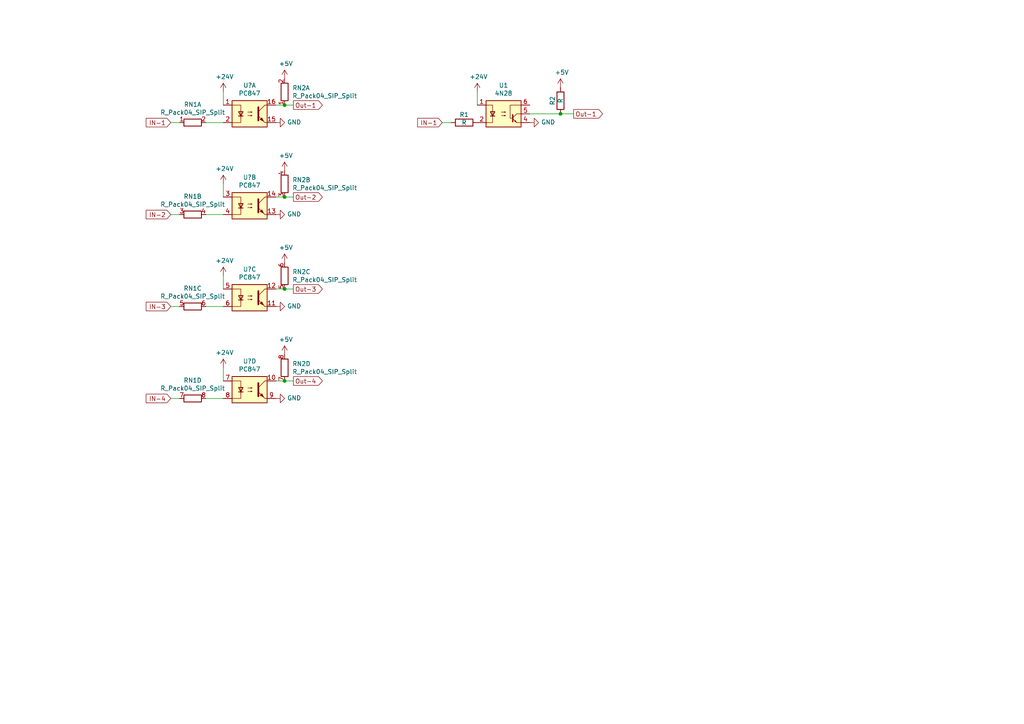
<source format=kicad_sch>
(kicad_sch (version 20230121) (generator eeschema)
  (paper "A4")
  (lib_symbols
    (symbol "Device:R" (pin_numbers hide) (pin_names (offset 0))
      (property "Reference" "R" (at 2.032 0 90))
      (property "Value" "R" (at 0 0 90))
      (symbol "R_0_1"
        (rectangle (start -1.016 -2.54) (end 1.016 2.54) (stroke (width 0.254)))
      )
      (symbol "R_1_1"
        (pin passive line (at 0 3.81 270) (length 1.27) (name "~") (number "1"))
        (pin passive line (at 0 -3.81 90) (length 1.27) (name "~") (number "2"))
      )
    )
    (symbol "Device:R_Pack04_SIP_Split" (pin_names (offset 0) hide)
      (property "Reference" "RN" (at 2.032 0 90))
      (property "Value" "R_Pack04_SIP_Split" (at 0 0 90))
      (symbol "R_Pack04_SIP_Split_0_1"
        (rectangle (start 1.016 2.54) (end -1.016 -2.54) (stroke (width 0.254)))
      )
      (symbol "R_Pack04_SIP_Split_1_1"
        (pin passive line (at 0 -3.81 90) (length 1.27) (name "R1.1") (number "1"))
        (pin passive line (at 0 3.81 270) (length 1.27) (name "R1.2") (number "2"))
      )
      (symbol "R_Pack04_SIP_Split_2_1"
        (pin passive line (at 0 -3.81 90) (length 1.27) (name "R2.1") (number "3"))
        (pin passive line (at 0 3.81 270) (length 1.27) (name "R2.2") (number "4"))
      )
      (symbol "R_Pack04_SIP_Split_3_1"
        (pin passive line (at 0 -3.81 90) (length 1.27) (name "R3.1") (number "5"))
        (pin passive line (at 0 3.81 270) (length 1.27) (name "R3.2") (number "6"))
      )
      (symbol "R_Pack04_SIP_Split_4_1"
        (pin passive line (at 0 -3.81 90) (length 1.27) (name "R4.1") (number "7"))
        (pin passive line (at 0 3.81 270) (length 1.27) (name "R4.2") (number "8"))
      )
    )
    (symbol "Isolator:4N28" (pin_names (offset 1.016))
      (property "Reference" "U" (at -5.08 5.08 0))
      (property "Value" "4N28" (at 0 5.08 0))
      (symbol "4N28_0_1"
        (rectangle (start -5.08 3.81) (end 5.08 -3.81) (stroke (width 0.254)) (fill (type background)))
        (polyline (pts (xy -3.81 -0.635) (xy -2.54 -0.635)) (stroke (width 0.254)))
        (polyline (pts (xy 2.667 -1.397) (xy 3.81 -2.54)))
        (polyline (pts (xy 2.667 -1.143) (xy 3.81 0)))
        (polyline (pts (xy 3.81 -2.54) (xy 5.08 -2.54)))
        (polyline (pts (xy 3.81 0) (xy 5.08 0)))
        (polyline (pts (xy 2.667 -0.254) (xy 2.667 -2.286) (xy 2.667 -2.286)) (stroke (width 0.3556)))
        (polyline (pts (xy -5.08 -2.54) (xy -3.175 -2.54) (xy -3.175 2.54) (xy -5.08 2.54)))
        (polyline (pts (xy -3.175 -0.635) (xy -3.81 0.635) (xy -2.54 0.635) (xy -3.175 -0.635)) (stroke (width 0.254)))
        (polyline (pts (xy 3.683 -2.413) (xy 3.429 -1.905) (xy 3.175 -2.159) (xy 3.683 -2.413)))
        (polyline (pts (xy 5.08 2.54) (xy 1.905 2.54) (xy 1.905 -1.27) (xy 2.54 -1.27)))
        (polyline (pts (xy -0.635 -0.508) (xy 0.635 -0.508) (xy 0.254 -0.635) (xy 0.254 -0.381) (xy 0.635 -0.508)))
        (polyline (pts (xy -0.635 0.508) (xy 0.635 0.508) (xy 0.254 0.381) (xy 0.254 0.635) (xy 0.635 0.508)))
      )
      (symbol "4N28_1_1"
        (pin passive line (at -7.62 2.54 0) (length 2.54) (name "~") (number "1"))
        (pin passive line (at -7.62 -2.54 0) (length 2.54) (name "~") (number "2"))
        (pin no_connect line (at -5.08 0 0) (length 2.54) hide (name "NC") (number "3"))
        (pin passive line (at 7.62 -2.54 180) (length 2.54) (name "~") (number "4"))
        (pin passive line (at 7.62 0 180) (length 2.54) (name "~") (number "5"))
        (pin passive line (at 7.62 2.54 180) (length 2.54) (name "~") (number "6"))
      )
    )
    (symbol "Isolator:PC847" (pin_names (offset 1.016))
      (property "Reference" "U" (at -5.08 5.08 0))
      (property "Value" "PC847" (at 0 5.08 0))
      (symbol "PC847_0_1"
        (rectangle (start -5.08 3.81) (end 5.08 -3.81) (stroke (width 0.254)) (fill (type background)))
        (polyline (pts (xy -3.175 -0.635) (xy -1.905 -0.635)) (stroke (width 0.254)))
        (polyline (pts (xy 2.54 0.635) (xy 4.445 2.54)))
        (polyline (pts (xy 4.445 -2.54) (xy 2.54 -0.635)) (fill (type outline)))
        (polyline (pts (xy 4.445 -2.54) (xy 5.08 -2.54)))
        (polyline (pts (xy 4.445 2.54) (xy 5.08 2.54)))
        (polyline (pts (xy -2.54 -0.635) (xy -2.54 -2.54) (xy -5.08 -2.54)))
        (polyline (pts (xy 2.54 1.905) (xy 2.54 -1.905) (xy 2.54 -1.905)) (stroke (width 0.508)))
        (polyline (pts (xy -5.08 2.54) (xy -2.54 2.54) (xy -2.54 -1.27) (xy -2.54 0.635)))
        (polyline (pts (xy -2.54 -0.635) (xy -3.175 0.635) (xy -1.905 0.635) (xy -2.54 -0.635)) (stroke (width 0.254)))
        (polyline (pts (xy -0.508 -0.508) (xy 0.762 -0.508) (xy 0.381 -0.635) (xy 0.381 -0.381) (xy 0.762 -0.508)))
        (polyline (pts (xy -0.508 0.508) (xy 0.762 0.508) (xy 0.381 0.381) (xy 0.381 0.635) (xy 0.762 0.508)))
        (polyline (pts (xy 3.048 -1.651) (xy 3.556 -1.143) (xy 4.064 -2.159) (xy 3.048 -1.651) (xy 3.048 -1.651)) (fill (type outline)))
      )
      (symbol "PC847_1_1"
        (pin passive line (at -7.62 2.54 0) (length 2.54) (name "~") (number "1"))
        (pin passive line (at 7.62 -2.54 180) (length 2.54) (name "~") (number "15"))
        (pin passive line (at 7.62 2.54 180) (length 2.54) (name "~") (number "16"))
        (pin passive line (at -7.62 -2.54 0) (length 2.54) (name "~") (number "2"))
      )
      (symbol "PC847_2_1"
        (pin passive line (at 7.62 -2.54 180) (length 2.54) (name "~") (number "13"))
        (pin passive line (at 7.62 2.54 180) (length 2.54) (name "~") (number "14"))
        (pin passive line (at -7.62 2.54 0) (length 2.54) (name "~") (number "3"))
        (pin passive line (at -7.62 -2.54 0) (length 2.54) (name "~") (number "4"))
      )
      (symbol "PC847_3_1"
        (pin passive line (at 7.62 -2.54 180) (length 2.54) (name "~") (number "11"))
        (pin passive line (at 7.62 2.54 180) (length 2.54) (name "~") (number "12"))
        (pin passive line (at -7.62 2.54 0) (length 2.54) (name "~") (number "5"))
        (pin passive line (at -7.62 -2.54 0) (length 2.54) (name "~") (number "6"))
      )
      (symbol "PC847_4_1"
        (pin passive line (at 7.62 2.54 180) (length 2.54) (name "~") (number "10"))
        (pin passive line (at -7.62 2.54 0) (length 2.54) (name "~") (number "7"))
        (pin passive line (at -7.62 -2.54 0) (length 2.54) (name "~") (number "8"))
        (pin passive line (at 7.62 -2.54 180) (length 2.54) (name "~") (number "9"))
      )
    )
    (symbol "power:+24V" (power) (pin_names (offset 0))
      (property "Value" "+24V" (at 0 3.556 0))
      (symbol "+24V_0_1"
        (polyline (pts (xy -0.762 1.27) (xy 0 2.54)))
        (polyline (pts (xy 0 0) (xy 0 2.54)))
        (polyline (pts (xy 0 2.54) (xy 0.762 1.27)))
      )
      (symbol "+24V_1_1"
        (pin power_in line (at 0 0 90) (length 0) hide (name "+24V") (number "1"))
      )
    )
    (symbol "power:+5V" (power) (pin_names (offset 0))
      (property "Value" "+5V" (at 0 3.556 0))
      (symbol "+5V_0_1"
        (polyline (pts (xy -0.762 1.27) (xy 0 2.54)))
        (polyline (pts (xy 0 0) (xy 0 2.54)))
        (polyline (pts (xy 0 2.54) (xy 0.762 1.27)))
      )
      (symbol "+5V_1_1"
        (pin power_in line (at 0 0 90) (length 0) hide (name "+5V") (number "1"))
      )
    )
    (symbol "power:GND" (power) (pin_names (offset 0))
      (property "Value" "GND" (at 0 -3.81 0))
      (symbol "GND_0_1"
        (polyline (pts (xy 0 0) (xy 0 -1.27) (xy 1.27 -1.27) (xy 0 -2.54) (xy -1.27 -1.27) (xy 0 -1.27)))
      )
      (symbol "GND_1_1"
        (pin power_in line (at 0 0 270) (length 0) hide (name "GND") (number "1"))
      )
    )
  )
  (junction (at 82.55 83.82))
  (junction (at 82.55 57.15))
  (junction (at 82.55 110.49))
  (junction (at 162.56 33.02))
  (junction (at 82.55 30.48))
  (wire (pts (xy 153.67 33.02) (xy 162.56 33.02)))
  (wire (pts (xy 128.27 35.56) (xy 130.81 35.56)))
  (wire (pts (xy 64.77 26.67) (xy 64.77 30.48)))
  (wire (pts (xy 64.77 106.68) (xy 64.77 110.49)))
  (wire (pts (xy 59.69 88.9) (xy 64.77 88.9)))
  (polyline (pts (xy 624.84 93.98) (xy 670.56 93.98)))
  (wire (pts (xy 49.53 88.9) (xy 52.07 88.9)))
  (wire (pts (xy 80.01 83.82) (xy 82.55 83.82)))
  (wire (pts (xy 80.01 57.15) (xy 82.55 57.15)))
  (wire (pts (xy 82.55 110.49) (xy 85.09 110.49)))
  (polyline (pts (xy 670.56 93.98) (xy 670.56 92.71)))
  (wire (pts (xy 59.69 35.56) (xy 64.77 35.56)))
  (wire (pts (xy 59.69 115.57) (xy 64.77 115.57)))
  (wire (pts (xy 82.55 30.48) (xy 85.09 30.48)))
  (wire (pts (xy 80.01 110.49) (xy 82.55 110.49)))
  (wire (pts (xy 64.77 80.01) (xy 64.77 83.82)))
  (wire (pts (xy 59.69 62.23) (xy 64.77 62.23)))
  (wire (pts (xy 162.56 33.02) (xy 166.37 33.02)))
  (wire (pts (xy 49.53 62.23) (xy 52.07 62.23)))
  (wire (pts (xy 49.53 115.57) (xy 52.07 115.57)))
  (wire (pts (xy 82.55 57.15) (xy 85.09 57.15)))
  (wire (pts (xy 138.43 26.67) (xy 138.43 30.48)))
  (wire (pts (xy 82.55 83.82) (xy 85.09 83.82)))
  (wire (pts (xy 49.53 35.56) (xy 52.07 35.56)))
  (wire (pts (xy 80.01 30.48) (xy 82.55 30.48)))
  (wire (pts (xy 64.77 53.34) (xy 64.77 57.15)))
  (global_label "IN-1" (shape input) (at 128.27 35.56 180) (property "Intersheetrefs" "${INTERSHEET_REFS}" (effects hide)))
  (global_label "Out-4" (shape output) (at 85.09 110.49 0) (property "Intersheetrefs" "${INTERSHEET_REFS}" (effects hide)))
  (global_label "IN-2" (shape input) (at 49.53 62.23 180) (property "Intersheetrefs" "${INTERSHEET_REFS}" (effects hide)))
  (global_label "Out-2" (shape output) (at 85.09 57.15 0) (property "Intersheetrefs" "${INTERSHEET_REFS}" (effects hide)))
  (global_label "IN-1" (shape input) (at 49.53 35.56 180) (property "Intersheetrefs" "${INTERSHEET_REFS}" (effects hide)))
  (global_label "Out-1" (shape output) (at 166.37 33.02 0) (property "Intersheetrefs" "${INTERSHEET_REFS}" (effects hide)))
  (global_label "Out-3" (shape output) (at 85.09 83.82 0) (property "Intersheetrefs" "${INTERSHEET_REFS}" (effects hide)))
  (global_label "IN-3" (shape input) (at 49.53 88.9 180) (property "Intersheetrefs" "${INTERSHEET_REFS}" (effects hide)))
  (global_label "Out-1" (shape output) (at 85.09 30.48 0) (property "Intersheetrefs" "${INTERSHEET_REFS}" (effects hide)))
  (global_label "IN-4" (shape input) (at 49.53 115.57 180) (property "Intersheetrefs" "${INTERSHEET_REFS}" (effects hide)))
  (symbol (lib_id "Device:R") (at 162.56 29.21 0) (unit 1)
    (property "Reference" "R2" (at 160.2486 29.21 90))
    (property "Value" "R" (at 162.56 29.21 90))
  )
  (symbol (lib_id "power:+5V") (at 162.56 25.4 0) (unit 1)
    (property "Reference" "#PWR?" (effects hide))
    (property "Value" "+5V" (at 162.941 21.0058 0))
  )
  (symbol (lib_id "power:+24V") (at 138.43 26.67 0) (unit 1)
    (property "Reference" "#PWR?" (effects hide))
    (property "Value" "+24V" (at 138.811 22.2758 0))
  )
  (symbol (lib_id "power:GND") (at 80.01 35.56 90) (unit 1)
    (property "Reference" "#PWR?" (effects hide))
    (property "Value" "GND" (at 83.2612 35.433 90) (effects (justify right)))
  )
  (symbol (lib_id "power:GND") (at 80.01 88.9 90) (unit 1)
    (property "Reference" "#PWR?" (effects hide))
    (property "Value" "GND" (at 83.2612 88.773 90) (effects (justify right)))
  )
  (symbol (lib_id "power:GND") (at 80.01 115.57 90) (unit 1)
    (property "Reference" "#PWR?" (effects hide))
    (property "Value" "GND" (at 83.2612 115.443 90) (effects (justify right)))
  )
  (symbol (lib_id "Isolator:PC847") (at 72.39 33.02 0) (unit 1)
    (property "Reference" "U?" (at 72.39 24.765 0))
    (property "Value" "PC847" (at 72.39 27.0764 0))
    (property "Footprint" "Package_DIP:DIP-16_W7.62mm" (effects hide))
    (property "Datasheet" "http://www.soselectronic.cz/a_info/resource/d/pc817.pdf" (effects hide))
  )
  (symbol (lib_id "Isolator:PC847") (at 72.39 59.69 0) (unit 2)
    (property "Reference" "U?" (at 72.39 51.435 0))
    (property "Value" "PC847" (at 72.39 53.7464 0))
    (property "Footprint" "Package_DIP:DIP-16_W7.62mm" (effects hide))
    (property "Datasheet" "http://www.soselectronic.cz/a_info/resource/d/pc817.pdf" (effects hide))
  )
  (symbol (lib_id "Isolator:PC847") (at 72.39 86.36 0) (unit 3)
    (property "Reference" "U?" (at 72.39 78.105 0))
    (property "Value" "PC847" (at 72.39 80.4164 0))
    (property "Footprint" "Package_DIP:DIP-16_W7.62mm" (effects hide))
    (property "Datasheet" "http://www.soselectronic.cz/a_info/resource/d/pc817.pdf" (effects hide))
  )
  (symbol (lib_id "Isolator:PC847") (at 72.39 113.03 0) (unit 4)
    (property "Reference" "U?" (at 72.39 104.775 0))
    (property "Value" "PC847" (at 72.39 107.0864 0))
    (property "Footprint" "Package_DIP:DIP-16_W7.62mm" (effects hide))
    (property "Datasheet" "http://www.soselectronic.cz/a_info/resource/d/pc817.pdf" (effects hide))
  )
  (symbol (lib_id "Device:R_Pack04_SIP_Split") (at 55.88 35.56 270) (unit 1)
    (property "Reference" "RN1" (at 55.88 30.3022 90))
    (property "Value" "R_Pack04_SIP_Split" (at 55.88 32.6136 90))
    (property "Footprint" "Resistor_THT:R_Array_SIP8" (effects hide))
    (property "Datasheet" "http://www.vishay.com/docs/31509/csc.pdf" (effects hide))
  )
  (symbol (lib_id "Device:R_Pack04_SIP_Split") (at 55.88 62.23 270) (unit 2)
    (property "Reference" "RN1" (at 55.88 56.9722 90))
    (property "Value" "R_Pack04_SIP_Split" (at 55.88 59.2836 90))
    (property "Footprint" "Resistor_THT:R_Array_SIP8" (effects hide))
    (property "Datasheet" "http://www.vishay.com/docs/31509/csc.pdf" (effects hide))
  )
  (symbol (lib_id "Device:R_Pack04_SIP_Split") (at 55.88 88.9 270) (unit 3)
    (property "Reference" "RN1" (at 55.88 83.6422 90))
    (property "Value" "R_Pack04_SIP_Split" (at 55.88 85.9536 90))
    (property "Footprint" "Resistor_THT:R_Array_SIP8" (effects hide))
    (property "Datasheet" "http://www.vishay.com/docs/31509/csc.pdf" (effects hide))
  )
  (symbol (lib_id "power:GND") (at 80.01 62.23 90) (unit 1)
    (property "Reference" "#PWR?" (effects hide))
    (property "Value" "GND" (at 83.2612 62.103 90) (effects (justify right)))
  )
  (symbol (lib_id "Device:R_Pack04_SIP_Split") (at 55.88 115.57 270) (unit 4)
    (property "Reference" "RN1" (at 55.88 110.3122 90))
    (property "Value" "R_Pack04_SIP_Split" (at 55.88 112.6236 90))
    (property "Footprint" "Resistor_THT:R_Array_SIP8" (effects hide))
    (property "Datasheet" "http://www.vishay.com/docs/31509/csc.pdf" (effects hide))
  )
  (symbol (lib_id "power:+24V") (at 64.77 26.67 0) (unit 1)
    (property "Reference" "#PWR?" (effects hide))
    (property "Value" "+24V" (at 65.151 22.2758 0))
  )
  (symbol (lib_id "power:+24V") (at 64.77 53.34 0) (unit 1)
    (property "Reference" "#PWR?" (effects hide))
    (property "Value" "+24V" (at 65.151 48.9458 0))
  )
  (symbol (lib_id "power:+24V") (at 64.77 80.01 0) (unit 1)
    (property "Reference" "#PWR?" (effects hide))
    (property "Value" "+24V" (at 65.151 75.6158 0))
  )
  (symbol (lib_id "power:+24V") (at 64.77 106.68 0) (unit 1)
    (property "Reference" "#PWR?" (effects hide))
    (property "Value" "+24V" (at 65.151 102.2858 0))
  )
  (symbol (lib_id "Device:R_Pack04_SIP_Split") (at 82.55 26.67 0) (unit 1)
    (property "Reference" "RN2" (at 84.7852 25.5016 0) (effects (justify left)))
    (property "Value" "R_Pack04_SIP_Split" (at 84.7852 27.813 0) (effects (justify left)))
    (property "Footprint" "Resistor_THT:R_Array_SIP8" (effects hide))
    (property "Datasheet" "http://www.vishay.com/docs/31509/csc.pdf" (effects hide))
  )
  (symbol (lib_id "Device:R_Pack04_SIP_Split") (at 82.55 53.34 0) (unit 2)
    (property "Reference" "RN2" (at 84.7852 52.1716 0) (effects (justify left)))
    (property "Value" "R_Pack04_SIP_Split" (at 84.7852 54.483 0) (effects (justify left)))
    (property "Footprint" "Resistor_THT:R_Array_SIP8" (effects hide))
    (property "Datasheet" "http://www.vishay.com/docs/31509/csc.pdf" (effects hide))
  )
  (symbol (lib_id "Device:R_Pack04_SIP_Split") (at 82.55 80.01 0) (unit 3)
    (property "Reference" "RN2" (at 84.7852 78.8416 0) (effects (justify left)))
    (property "Value" "R_Pack04_SIP_Split" (at 84.7852 81.153 0) (effects (justify left)))
    (property "Footprint" "Resistor_THT:R_Array_SIP8" (effects hide))
    (property "Datasheet" "http://www.vishay.com/docs/31509/csc.pdf" (effects hide))
  )
  (symbol (lib_id "Device:R_Pack04_SIP_Split") (at 82.55 106.68 0) (unit 4)
    (property "Reference" "RN2" (at 84.7852 105.5116 0) (effects (justify left)))
    (property "Value" "R_Pack04_SIP_Split" (at 84.7852 107.823 0) (effects (justify left)))
    (property "Footprint" "Resistor_THT:R_Array_SIP8" (effects hide))
    (property "Datasheet" "http://www.vishay.com/docs/31509/csc.pdf" (effects hide))
  )
  (symbol (lib_id "power:+5V") (at 82.55 22.86 0) (unit 1)
    (property "Reference" "#PWR?" (effects hide))
    (property "Value" "+5V" (at 82.931 18.4658 0))
  )
  (symbol (lib_id "power:+5V") (at 82.55 49.53 0) (unit 1)
    (property "Reference" "#PWR?" (effects hide))
    (property "Value" "+5V" (at 82.931 45.1358 0))
  )
  (symbol (lib_id "power:+5V") (at 82.55 76.2 0) (unit 1)
    (property "Reference" "#PWR?" (effects hide))
    (property "Value" "+5V" (at 82.931 71.8058 0))
  )
  (symbol (lib_id "power:+5V") (at 82.55 102.87 0) (unit 1)
    (property "Reference" "#PWR?" (effects hide))
    (property "Value" "+5V" (at 82.931 98.4758 0))
  )
  (symbol (lib_id "power:GND") (at 153.67 35.56 90) (unit 1)
    (property "Reference" "#PWR?" (effects hide))
    (property "Value" "GND" (at 156.9212 35.433 90) (effects (justify right)))
  )
  (symbol (lib_id "Isolator:4N28") (at 146.05 33.02 0) (unit 1)
    (property "Reference" "U1" (at 146.05 24.765 0))
    (property "Value" "4N28" (at 146.05 27.0764 0))
    (property "Footprint" "Package_DIP:DIP-6_W7.62mm" (effects hide))
    (property "Datasheet" "https://www.vishay.com/docs/83725/4n25.pdf" (effects hide))
  )
  (symbol (lib_id "Device:R") (at 134.62 35.56 270) (unit 1)
    (property "Reference" "R1" (at 134.62 33.2486 90))
    (property "Value" "R" (at 134.62 35.56 90))
  )
)
</source>
